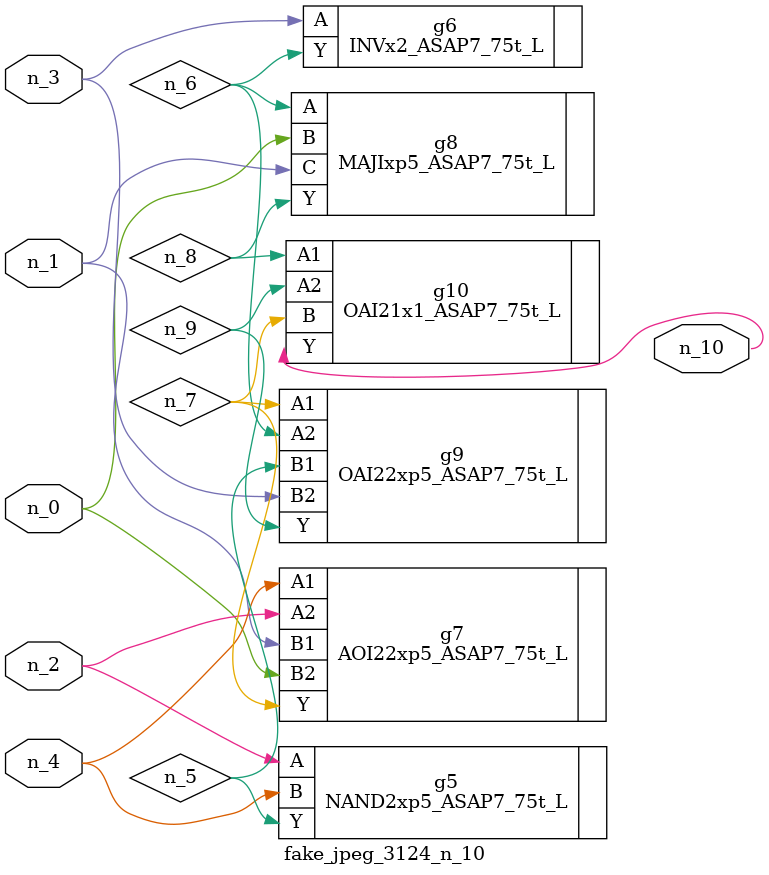
<source format=v>
module fake_jpeg_3124_n_10 (n_3, n_2, n_1, n_0, n_4, n_10);

input n_3;
input n_2;
input n_1;
input n_0;
input n_4;

output n_10;

wire n_8;
wire n_9;
wire n_6;
wire n_5;
wire n_7;

NAND2xp5_ASAP7_75t_L g5 ( 
.A(n_2),
.B(n_4),
.Y(n_5)
);

INVx2_ASAP7_75t_L g6 ( 
.A(n_3),
.Y(n_6)
);

AOI22xp5_ASAP7_75t_L g7 ( 
.A1(n_4),
.A2(n_2),
.B1(n_1),
.B2(n_0),
.Y(n_7)
);

MAJIxp5_ASAP7_75t_L g8 ( 
.A(n_6),
.B(n_0),
.C(n_1),
.Y(n_8)
);

OAI21x1_ASAP7_75t_L g10 ( 
.A1(n_8),
.A2(n_9),
.B(n_7),
.Y(n_10)
);

OAI22xp5_ASAP7_75t_L g9 ( 
.A1(n_7),
.A2(n_6),
.B1(n_5),
.B2(n_3),
.Y(n_9)
);


endmodule
</source>
